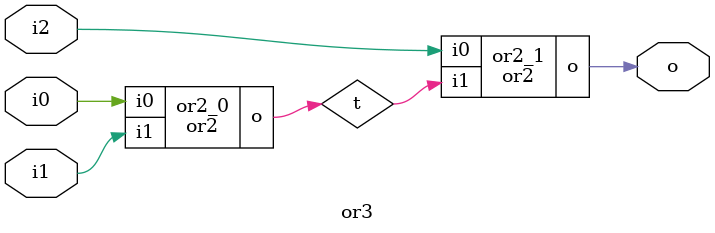
<source format=v>
module and2 (input wire i0, i1, output wire o);
  assign o = i0 & i1;
endmodule

module or2 (input wire i0, i1, output wire o);
  assign o = i0 | i1;
endmodule

module and3 (input wire i0, i1, i2, output wire o);
   wire t;
   and2 and2_0 (i0, i1, t);
   and2 and2_1 (i2, t, o);
endmodule

module or3 (input wire i0, i1, i2, output wire o);
   wire t;
   or2 or2_0 (i0, i1, t);
   or2 or2_1 (i2, t, o);
endmodule
</source>
